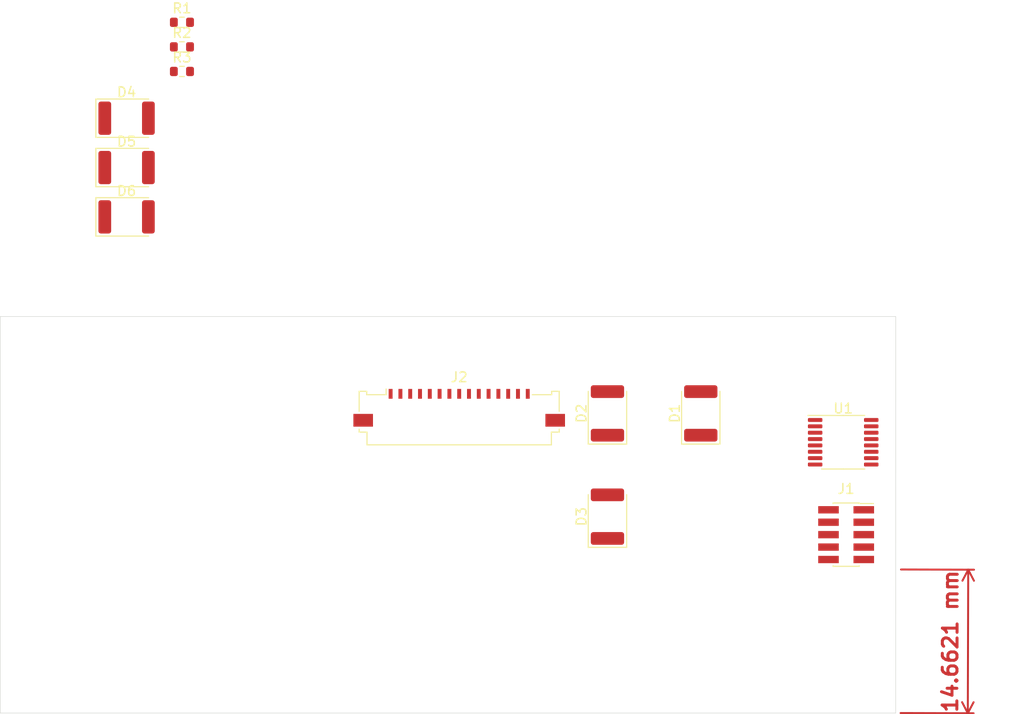
<source format=kicad_pcb>
(kicad_pcb (version 20221018) (generator pcbnew)
  (layers (0 "F.Cu" signal) (31 "B.Cu" signal) (34 "B.Paste" user) (35 "F.Paste" user) (36 "B.SilkS" user "B.Silkscreen") (37 "F.SilkS" user "F.Silkscreen") (38 "B.Mask" user) (39 "F.Mask" user) (44 "Edge.Cuts" user))
  (net 0 "")
  (net 1 "+5V")
  (net 2 "/USB1+")
  (net 3 "/USB1-")
  (net 4 "GND")
  (net 5 "Net-(D1-K)")
  (net 7 "Net-(D2-K)")
  (net 9 "Net-(D3-K)")
  (net 11 "Net-(D4-K)")
  (net 13 "Net-(D5-K)")
  (net 15 "Net-(D6-K)")
  (net 17 "/LED_DRIVER_RST")
  (net 18 "/I2C_TO_DB_SCL")
  (net 19 "/I2C_TO_DB_SDA")
  (net 20 "+3.3V")
  (footprint "LED_SMD:LED_1812_4532Metric_Pad1.30x3.40mm_HandSolder" (layer "F.Cu") (at 67.757 74.222)
    (fp_text reference "D6" (at 0 -2.65) (layer "F.SilkS"))
    (fp_text value "LED")
    (fp_line (start -3.135 -1.96) (end -3.135 1.96) (stroke (width 0.12)) (layer "F.SilkS"))
    (fp_line (start -3.135 1.96) (end 2.25 1.96) (stroke (width 0.12)) (layer "F.SilkS"))
    (fp_line (start 2.25 -1.96) (end -3.135 -1.96) (stroke (width 0.12)) (layer "F.SilkS"))
    (pad "1" smd roundrect (at -2.225 0) (size 1.3 3.4) (layers "F.Cu" "F.Paste" "F.Mask") (roundrect_rratio 0.192308) (net 15 "Net-(D6-K)"))
    (pad "2" smd roundrect (at 2.225 0) (size 1.3 3.4) (layers "F.Cu" "F.Paste" "F.Mask") (roundrect_rratio 0.192308))
  )
  (footprint "LED_SMD:LED_1812_4532Metric_Pad1.30x3.40mm_HandSolder" (layer "F.Cu") (at 116.84 94.295 90)
    (fp_text reference "D2" (at 0 -2.65 90) (layer "F.SilkS"))
    (fp_text value "LED")
    (fp_line (start -3.135 -1.96) (end -3.135 1.96) (stroke (width 0.12)) (layer "F.SilkS"))
    (fp_line (start -3.135 1.96) (end 2.25 1.96) (stroke (width 0.12)) (layer "F.SilkS"))
    (fp_line (start 2.25 -1.96) (end -3.135 -1.96) (stroke (width 0.12)) (layer "F.SilkS"))
    (pad "1" smd roundrect (at -2.225 0 90) (size 1.3 3.4) (layers "F.Cu" "F.Paste" "F.Mask") (roundrect_rratio 0.192308) (net 7 "Net-(D2-K)"))
    (pad "2" smd roundrect (at 2.225 0 90) (size 1.3 3.4) (layers "F.Cu" "F.Paste" "F.Mask") (roundrect_rratio 0.192308))
  )
  (footprint "Package_SO:TSSOP-16_4.4x5mm_P0.65mm" (layer "F.Cu") (at 140.9015 97.241)
    (fp_text reference "U1" (at 0 -3.45) (layer "F.SilkS"))
    (fp_text value "PCA9531PW")
    (fp_line (start 0 -2.735) (end -3.6 -2.735) (stroke (width 0.12)) (layer "F.SilkS"))
    (fp_line (start 0 -2.735) (end 2.2 -2.735) (stroke (width 0.12)) (layer "F.SilkS"))
    (fp_line (start 0 2.735) (end -2.2 2.735) (stroke (width 0.12)) (layer "F.SilkS"))
    (fp_line (start 0 2.735) (end 2.2 2.735) (stroke (width 0.12)) (layer "F.SilkS"))
    (pad "1" smd roundrect (at -2.8625 -2.275) (size 1.475 0.4) (layers "F.Cu" "F.Paste" "F.Mask") (net 4 "GND"))
    (pad "2" smd roundrect (at -2.8625 -1.625) (size 1.475 0.4) (layers "F.Cu" "F.Paste" "F.Mask") (net 4 "GND"))
    (pad "3" smd roundrect (at -2.8625 -0.975) (size 1.475 0.4) (layers "F.Cu" "F.Paste" "F.Mask") (net 4 "GND"))
    (pad "4" smd roundrect (at -2.8625 -0.325) (size 1.475 0.4) (layers "F.Cu" "F.Paste" "F.Mask") (net 5 "Net-(D1-K)"))
    (pad "5" smd roundrect (at -2.8625 0.325) (size 1.475 0.4) (layers "F.Cu" "F.Paste" "F.Mask") (net 7 "Net-(D2-K)"))
    (pad "6" smd roundrect (at -2.8625 0.975) (size 1.475 0.4) (layers "F.Cu" "F.Paste" "F.Mask") (net 9 "Net-(D3-K)"))
    (pad "7" smd roundrect (at -2.8625 1.625) (size 1.475 0.4) (layers "F.Cu" "F.Paste" "F.Mask") (net 11 "Net-(D4-K)"))
    (pad "8" smd roundrect (at -2.8625 2.275) (size 1.475 0.4) (layers "F.Cu" "F.Paste" "F.Mask") (net 4 "GND"))
    (pad "9" smd roundrect (at 2.8625 2.275) (size 1.475 0.4) (layers "F.Cu" "F.Paste" "F.Mask") (net 13 "Net-(D5-K)"))
    (pad "10" smd roundrect (at 2.8625 1.625) (size 1.475 0.4) (layers "F.Cu" "F.Paste" "F.Mask") (net 15 "Net-(D6-K)"))
    (pad "11" smd roundrect (at 2.8625 0.975) (size 1.475 0.4) (layers "F.Cu" "F.Paste" "F.Mask"))
    (pad "12" smd roundrect (at 2.8625 0.325) (size 1.475 0.4) (layers "F.Cu" "F.Paste" "F.Mask"))
    (pad "13" smd roundrect (at 2.8625 -0.325) (size 1.475 0.4) (layers "F.Cu" "F.Paste" "F.Mask") (net 17 "/LED_DRIVER_RST"))
    (pad "14" smd roundrect (at 2.8625 -0.975) (size 1.475 0.4) (layers "F.Cu" "F.Paste" "F.Mask") (net 18 "/I2C_TO_DB_SCL"))
    (pad "15" smd roundrect (at 2.8625 -1.625) (size 1.475 0.4) (layers "F.Cu" "F.Paste" "F.Mask") (net 19 "/I2C_TO_DB_SDA"))
    (pad "16" smd roundrect (at 2.8625 -2.275) (size 1.475 0.4) (layers "F.Cu" "F.Paste" "F.Mask") (net 20 "+3.3V"))
  )
  (footprint "LED_SMD:LED_1812_4532Metric_Pad1.30x3.40mm_HandSolder" (layer "F.Cu") (at 116.84 104.841 90)
    (fp_text reference "D3" (at 0 -2.65 90) (layer "F.SilkS"))
    (fp_text value "LED")
    (fp_line (start -3.135 -1.96) (end -3.135 1.96) (stroke (width 0.12)) (layer "F.SilkS"))
    (fp_line (start -3.135 1.96) (end 2.25 1.96) (stroke (width 0.12)) (layer "F.SilkS"))
    (fp_line (start 2.25 -1.96) (end -3.135 -1.96) (stroke (width 0.12)) (layer "F.SilkS"))
    (pad "1" smd roundrect (at -2.225 0 90) (size 1.3 3.4) (layers "F.Cu" "F.Paste" "F.Mask") (roundrect_rratio 0.192308) (net 9 "Net-(D3-K)"))
    (pad "2" smd roundrect (at 2.225 0 90) (size 1.3 3.4) (layers "F.Cu" "F.Paste" "F.Mask") (roundrect_rratio 0.192308))
  )
  (footprint "Connector_PinSocket_1.27mm:PinSocket_2x05_P1.27mm_Vertical_SMD" (layer "F.Cu") (at 141.202 106.68)
    (fp_text reference "J1" (at 0 -4.675) (layer "F.SilkS"))
    (fp_text value "Conn_02x05_Odd_Even")
    (fp_line (start -1.33 -3.235) (end -1.33 -3.175) (stroke (width 0.12)) (layer "F.SilkS"))
    (fp_line (start -1.33 -3.235) (end 1.33 -3.235) (stroke (width 0.12)) (layer "F.SilkS"))
    (fp_line (start -1.33 3.175) (end -1.33 3.235) (stroke (width 0.12)) (layer "F.SilkS"))
    (fp_line (start -1.33 3.235) (end 1.33 3.235) (stroke (width 0.12)) (layer "F.SilkS"))
    (fp_line (start 1.33 -3.235) (end 1.33 -3.175) (stroke (width 0.12)) (layer "F.SilkS"))
    (fp_line (start 1.33 -3.175) (end 2.79 -3.175) (stroke (width 0.12)) (layer "F.SilkS"))
    (fp_line (start 1.33 3.175) (end 1.33 3.235) (stroke (width 0.12)) (layer "F.SilkS"))
    (pad "1" smd rect (at 1.8 -2.54) (size 2.1 0.75) (layers "F.Cu" "F.Paste" "F.Mask") (net 1 "+5V"))
    (pad "2" smd rect (at -1.8 -2.54) (size 2.1 0.75) (layers "F.Cu" "F.Paste" "F.Mask") (net 1 "+5V"))
    (pad "3" smd rect (at 1.8 -1.27) (size 2.1 0.75) (layers "F.Cu" "F.Paste" "F.Mask") (net 17 "/LED_DRIVER_RST"))
    (pad "4" smd rect (at -1.8 -1.27) (size 2.1 0.75) (layers "F.Cu" "F.Paste" "F.Mask") (net 2 "/USB1+"))
    (pad "5" smd rect (at 1.8 0) (size 2.1 0.75) (layers "F.Cu" "F.Paste" "F.Mask") (net 18 "/I2C_TO_DB_SCL"))
    (pad "6" smd rect (at -1.8 0) (size 2.1 0.75) (layers "F.Cu" "F.Paste" "F.Mask") (net 3 "/USB1-"))
    (pad "7" smd rect (at 1.8 1.27) (size 2.1 0.75) (layers "F.Cu" "F.Paste" "F.Mask") (net 19 "/I2C_TO_DB_SDA"))
    (pad "8" smd rect (at -1.8 1.27) (size 2.1 0.75) (layers "F.Cu" "F.Paste" "F.Mask") (net 20 "+3.3V"))
    (pad "9" smd rect (at 1.8 2.54) (size 2.1 0.75) (layers "F.Cu" "F.Paste" "F.Mask") (net 4 "GND"))
    (pad "10" smd rect (at -1.8 2.54) (size 2.1 0.75) (layers "F.Cu" "F.Paste" "F.Mask") (net 4 "GND"))
  )
  (footprint "Resistor_SMD:R_0603_1608Metric" (layer "F.Cu") (at 73.407 59.367)
    (fp_text reference "R3" (at 0 -1.43) (layer "F.SilkS"))
    (fp_text value "10kOhm")
    (fp_line (start -0.237258 -0.5225) (end 0.237258 -0.5225) (stroke (width 0.12)) (layer "F.SilkS"))
    (fp_line (start -0.237258 0.5225) (end 0.237258 0.5225) (stroke (width 0.12)) (layer "F.SilkS"))
    (pad "1" smd roundrect (at -0.825 0) (size 0.8 0.95) (layers "F.Cu" "F.Paste" "F.Mask") (net 20 "+3.3V"))
    (pad "2" smd roundrect (at 0.825 0) (size 0.8 0.95) (layers "F.Cu" "F.Paste" "F.Mask") (net 17 "/LED_DRIVER_RST"))
  )
  (footprint "LED_SMD:LED_1812_4532Metric_Pad1.30x3.40mm_HandSolder" (layer "F.Cu") (at 67.757 64.142)
    (fp_text reference "D4" (at 0 -2.65) (layer "F.SilkS"))
    (fp_text value "LED")
    (fp_line (start -3.135 -1.96) (end -3.135 1.96) (stroke (width 0.12)) (layer "F.SilkS"))
    (fp_line (start -3.135 1.96) (end 2.25 1.96) (stroke (width 0.12)) (layer "F.SilkS"))
    (fp_line (start 2.25 -1.96) (end -3.135 -1.96) (stroke (width 0.12)) (layer "F.SilkS"))
    (pad "1" smd roundrect (at -2.225 0) (size 1.3 3.4) (layers "F.Cu" "F.Paste" "F.Mask") (roundrect_rratio 0.192308) (net 11 "Net-(D4-K)"))
    (pad "2" smd roundrect (at 2.225 0) (size 1.3 3.4) (layers "F.Cu" "F.Paste" "F.Mask") (roundrect_rratio 0.192308))
  )
  (footprint "Resistor_SMD:R_0603_1608Metric" (layer "F.Cu") (at 73.407 56.857)
    (fp_text reference "R2" (at 0 -1.43) (layer "F.SilkS"))
    (fp_text value "10kOhm")
    (fp_line (start -0.237258 -0.5225) (end 0.237258 -0.5225) (stroke (width 0.12)) (layer "F.SilkS"))
    (fp_line (start -0.237258 0.5225) (end 0.237258 0.5225) (stroke (width 0.12)) (layer "F.SilkS"))
    (pad "1" smd roundrect (at -0.825 0) (size 0.8 0.95) (layers "F.Cu" "F.Paste" "F.Mask") (net 20 "+3.3V"))
    (pad "2" smd roundrect (at 0.825 0) (size 0.8 0.95) (layers "F.Cu" "F.Paste" "F.Mask") (net 19 "/I2C_TO_DB_SDA"))
  )
  (footprint "LED_SMD:LED_1812_4532Metric_Pad1.30x3.40mm_HandSolder" (layer "F.Cu") (at 126.365 94.295 90)
    (fp_text reference "D1" (at 0 -2.65 90) (layer "F.SilkS"))
    (fp_text value "LED")
    (fp_line (start -3.135 -1.96) (end -3.135 1.96) (stroke (width 0.12)) (layer "F.SilkS"))
    (fp_line (start -3.135 1.96) (end 2.25 1.96) (stroke (width 0.12)) (layer "F.SilkS"))
    (fp_line (start 2.25 -1.96) (end -3.135 -1.96) (stroke (width 0.12)) (layer "F.SilkS"))
    (pad "1" smd roundrect (at -2.225 0 90) (size 1.3 3.4) (layers "F.Cu" "F.Paste" "F.Mask") (roundrect_rratio 0.192308) (net 5 "Net-(D1-K)"))
    (pad "2" smd roundrect (at 2.225 0 90) (size 1.3 3.4) (layers "F.Cu" "F.Paste" "F.Mask") (roundrect_rratio 0.192308))
  )
  (footprint "Connector_FFC-FPC:Molex_200528-0150_1x15-1MP_P1.00mm_Horizontal" (layer "F.Cu") (at 101.706 93.206)
    (fp_text reference "J2" (at 0 -2.61) (layer "F.SilkS"))
    (fp_text value "Conn_01x15_MountingPin")
    (fp_line (start -10.21 -1.17) (end -10.21 0.88) (stroke (width 0.12)) (layer "F.SilkS"))
    (fp_line (start -10.21 2.7) (end -10.21 3) (stroke (width 0.12)) (layer "F.SilkS"))
    (fp_line (start -10.21 3) (end -9.41 3) (stroke (width 0.12)) (layer "F.SilkS"))
    (fp_line (start -9.44 -1.17) (end -10.21 -1.17) (stroke (width 0.12)) (layer "F.SilkS"))
    (fp_line (start -9.44 -0.82) (end -9.44 -1.17) (stroke (width 0.12)) (layer "F.SilkS"))
    (fp_line (start -9.41 3) (end -9.41 4.3) (stroke (width 0.12)) (layer "F.SilkS"))
    (fp_line (start -9.41 4.3) (end 9.41 4.3) (stroke (width 0.12)) (layer "F.SilkS"))
    (fp_line (start -7.46 -1.41) (end -7.46 -0.82) (stroke (width 0.12)) (layer "F.SilkS"))
    (fp_line (start -7.46 -0.82) (end -9.44 -0.82) (stroke (width 0.12)) (layer "F.SilkS"))
    (fp_line (start 9.41 3) (end 10.21 3) (stroke (width 0.12)) (layer "F.SilkS"))
    (fp_line (start 9.41 4.3) (end 9.41 3) (stroke (width 0.12)) (layer "F.SilkS"))
    (fp_line (start 9.44 -1.17) (end 9.44 -0.82) (stroke (width 0.12)) (layer "F.SilkS"))
    (fp_line (start 9.44 -0.82) (end 7.46 -0.82) (stroke (width 0.12)) (layer "F.SilkS"))
    (fp_line (start 10.21 -1.17) (end 9.44 -1.17) (stroke (width 0.12)) (layer "F.SilkS"))
    (fp_line (start 10.21 0.88) (end 10.21 -1.17) (stroke (width 0.12)) (layer "F.SilkS"))
    (fp_line (start 10.21 3) (end 10.21 2.7) (stroke (width 0.12)) (layer "F.SilkS"))
    (pad "1" smd rect (at -7 -0.91) (size 0.4 1) (layers "F.Cu" "F.Paste" "F.Mask"))
    (pad "2" smd rect (at -6 -0.91) (size 0.4 1) (layers "F.Cu" "F.Paste" "F.Mask"))
    (pad "3" smd rect (at -5 -0.91) (size 0.4 1) (layers "F.Cu" "F.Paste" "F.Mask"))
    (pad "4" smd rect (at -4 -0.91) (size 0.4 1) (layers "F.Cu" "F.Paste" "F.Mask"))
    (pad "5" smd rect (at -3 -0.91) (size 0.4 1) (layers "F.Cu" "F.Paste" "F.Mask"))
    (pad "6" smd rect (at -2 -0.91) (size 0.4 1) (layers "F.Cu" "F.Paste" "F.Mask"))
    (pad "7" smd rect (at -1 -0.91) (size 0.4 1) (layers "F.Cu" "F.Paste" "F.Mask"))
    (pad "8" smd rect (at 0 -0.91) (size 0.4 1) (layers "F.Cu" "F.Paste" "F.Mask"))
    (pad "9" smd rect (at 1 -0.91) (size 0.4 1) (layers "F.Cu" "F.Paste" "F.Mask"))
    (pad "10" smd rect (at 2 -0.91) (size 0.4 1) (layers "F.Cu" "F.Paste" "F.Mask"))
    (pad "11" smd rect (at 3 -0.91) (size 0.4 1) (layers "F.Cu" "F.Paste" "F.Mask"))
    (pad "12" smd rect (at 4 -0.91) (size 0.4 1) (layers "F.Cu" "F.Paste" "F.Mask"))
    (pad "13" smd rect (at 5 -0.91) (size 0.4 1) (layers "F.Cu" "F.Paste" "F.Mask"))
    (pad "14" smd rect (at 6 -0.91) (size 0.4 1) (layers "F.Cu" "F.Paste" "F.Mask"))
    (pad "15" smd rect (at 7 -0.91) (size 0.4 1) (layers "F.Cu" "F.Paste" "F.Mask"))
    (pad "MP" smd rect (at -9.8 1.79) (size 2 1.3) (layers "F.Cu" "F.Paste" "F.Mask"))
    (pad "MP" smd rect (at 9.8 1.79) (size 2 1.3) (layers "F.Cu" "F.Paste" "F.Mask"))
  )
  (footprint "Resistor_SMD:R_0603_1608Metric" (layer "F.Cu") (at 73.407 54.347)
    (fp_text reference "R1" (at 0 -1.43) (layer "F.SilkS"))
    (fp_text value "10kOhm")
    (fp_line (start -0.237258 -0.5225) (end 0.237258 -0.5225) (stroke (width 0.12)) (layer "F.SilkS"))
    (fp_line (start -0.237258 0.5225) (end 0.237258 0.5225) (stroke (width 0.12)) (layer "F.SilkS"))
    (pad "1" smd roundrect (at -0.825 0) (size 0.8 0.95) (layers "F.Cu" "F.Paste" "F.Mask") (net 20 "+3.3V"))
    (pad "2" smd roundrect (at 0.825 0) (size 0.8 0.95) (layers "F.Cu" "F.Paste" "F.Mask") (net 18 "/I2C_TO_DB_SCL"))
  )
  (footprint "LED_SMD:LED_1812_4532Metric_Pad1.30x3.40mm_HandSolder" (layer "F.Cu") (at 67.757 69.182)
    (fp_text reference "D5" (at 0 -2.65) (layer "F.SilkS"))
    (fp_text value "LED")
    (fp_line (start -3.135 -1.96) (end -3.135 1.96) (stroke (width 0.12)) (layer "F.SilkS"))
    (fp_line (start -3.135 1.96) (end 2.25 1.96) (stroke (width 0.12)) (layer "F.SilkS"))
    (fp_line (start 2.25 -1.96) (end -3.135 -1.96) (stroke (width 0.12)) (layer "F.SilkS"))
    (pad "1" smd roundrect (at -2.225 0) (size 1.3 3.4) (layers "F.Cu" "F.Paste" "F.Mask") (roundrect_rratio 0.192308) (net 13 "Net-(D5-K)"))
    (pad "2" smd roundrect (at 2.225 0) (size 1.3 3.4) (layers "F.Cu" "F.Paste" "F.Mask") (roundrect_rratio 0.192308))
  )
  (gr_line (start 54.866854 124.898) (end 54.861145 84.398) (stroke (width 0.05)) (layer "Edge.Cuts"))
  (gr_line (start 54.861145 84.398) (end 146.266854 84.398) (stroke (width 0.05)) (layer "Edge.Cuts"))
  (gr_line (start 146.266854 84.398) (end 146.261309 124.898) (stroke (width 0.05)) (layer "Edge.Cuts"))
  (gr_line (start 146.261309 124.898) (end 54.866854 124.898) (stroke (width 0.05)) (layer "Edge.Cuts"))
  (dimension (type aligned) (layer "F.Cu") (pts (xy 146.261309 124.898) (xy 146.304 110.236)) (height 7.360737) (gr_text "14.6621 mm" (at 151.843369 117.583191 89.83316979) (layer "F.Cu") (effects (font (size 1.5 1.5) (thickness 0.3)))) (format (prefix "") (suffix "") (units 3) (units_format 1) (precision 4)) (style (thickness 0.2) (arrow_length 1.27) (text_position_mode 0) (extension_height 0.58642) (extension_offset 0.5) keep_text_aligned))
)
</source>
